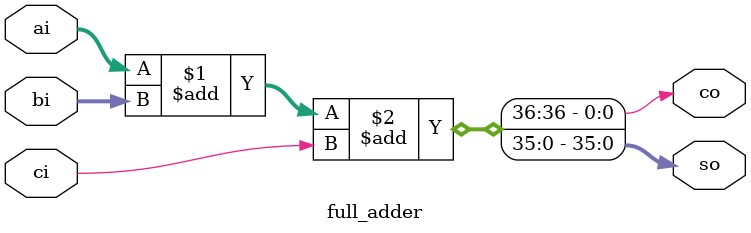
<source format=v>
/*Pipeline MIPS Processor
Ramyad Hadidi
1st: wriiten 31st Dec 2012

*/

`timescale 1ns/1ns

`define DEBUG_RF	// comment this line to disable register content  writing 
`define DEBUG_MEM	// comment this line to disable memory content  writing 

`define AND  	4'b0000		//ALUop (module) definitions
`define OR 	 	4'b0001
`define ADD  	4'b0010
`define SUB  	4'b0011
`define NOR  	4'b0100
`define SLT  	4'b0101
`define XOR  	4'b0110
`define SLTU 	4'b0111
`define LUI  	4'b1000
`define PASS 	4'b1001


module  pipeline_mips (
            input clk,
            input reset
        );
		
	reg 	[31:0] 	PC;
	reg 	[31:0]	ins_w;
	wire 	[31:0]	ins_w1;
	wire 	[31:0] 	PC4;
	reg 	[31:0] 	PCline;
	reg		[31:0]	IFDE_PCplus4;
	reg		[31:0]	IFDE_ins;
	reg				WRTrf;
	reg				eqneq;
	reg				PCsrc;
	wire	[31:0]	WB_WD_line;
	wire	[ 4:0]	WB_WR_line;
	wire	[31:0]	DE_RD1_line;
	wire	[31:0]	DE_RD2_line;
	reg				Regdst;
	reg		[ 4:0]	DE_WR_line;
	reg				SENZE;
	wire	[31:0] 	DE_ZESE;
	reg		[31:0]	DEEX_PCplus4;
	reg		[31:0]	DEEX_RD1;
	reg		[31:0]	DEEX_RD2;
	reg		[ 4:0]	DEEX_WR;
	reg		[31:0]	DEEX_imm16;
	wire	[31:0]	EX_new_PC;
	reg		[31:0]	aluA_line;
	reg		[31:0]	aluB_line;
	reg				ALUsrc;
	wire			EX_ALUZero;
	wire	[31:0]	EX_ALUResult;
	reg		[ 3:0]	ALUop;
	reg		[31:0]	EXME_new_PC;
	reg				EXME_ALUzero;
	reg		[31:0]	EXME_ALUResult;
	reg		[31:0]	EXME_RD2;
	reg		[ 4:0]	EXME_WR;
	reg				WRTdata;
	reg				Readdata;
	reg		[31:0]	ME_WD_line;
	wire	[31:0] 	ME_data_line;
	reg		[31:0]	MEWB_Mem_data;
	reg		[31:0]	MEWB_ALUResult;
	reg		[ 4:0]	MEWB_WR;
	reg				MemtoReg;
	reg				branch;
	reg				PCjump;
	reg		[31:0]	PC_line2;
	reg		[31:0]	aluB_line_2;
	reg		[1:0]	forwardA;
	reg		[1:0]	forwardB;
	reg				forwardMem;
	reg				stall;
	reg				cntME_WRTdata_line;
	reg				cntME_Readdata_line;
	reg				cntWB_WRTrf_line;
	reg				WRTIFDE;
	reg				WRTPC;
	
	//^^^^^^^^^^^^^^^^^^^^^^^^^^DATAPATH_START^^^^^^^^^^^^^^^^^^^^^^^^^^^^^^^^^^^
	//=====================================
	//pipeline stage Instruction Fetch (IF)

	//adder
	assign PC4=PC+3'd4;

	//mux s
	always @(*) begin
		case(PCjump)
			1'b0:	PC_line2 = PC4;
			1'b1:	PC_line2 = {PC[31:28],IFDE_ins[25:0],2'b00};
		endcase
		case(PCsrc)
			1'b0:	PCline = PC_line2;
			1'b1:	PCline = EXME_new_PC;
		endcase
	end

	//PC register
	always @(posedge clk) begin
		casex({reset,WRTPC})
			2'b00:	PC <= PC;
			2'b01:	PC <= PCline;
			2'b1x:	PC <= 32'h00000000;
		endcase
	end

	//Program Memory
	async_mem InsMem(
		.clk(clk),
		.write(1'b0),
		.read (1'b1),
		.address(PC),
		.write_data(32'b0),
		.read_data(ins_w1)
	);
	
	//for flushing (in ins_w way) make NOP
	always @(*)	begin
		case (PCsrc)
			1'b0:	ins_w = ins_w1;
			1'b1:	ins_w = 32'b0;
		endcase
	end

	//=====================================
	// __IF/DE __  pipeline stage Instruction Fetch (IF) registers
	always @(posedge clk) begin
		casex ({reset,WRTIFDE})
			2'b1x: begin
				IFDE_ins 		<= 0;
				IFDE_PCplus4 	<= 0;
			end
			2'b01: begin
				IFDE_ins 		<= ins_w;
				IFDE_PCplus4 	<= PC4;
			end
			2'b00: begin
				IFDE_ins 		<= IFDE_ins;
				IFDE_PCplus4 	<= IFDE_PCplus4;
			end
		endcase
	end
	
	//=====================================
	//pipeline stage Instruction Decode (DE)
	
	//Register File
	reg_file rf(
		.clk(clk),
		.write(WRTrf),
		.WR(WB_WR_line),
		.WD(WB_WD_line),
		.RR1(IFDE_ins[25:21]),
		.RR2(IFDE_ins[20:16]),
		.RD1(DE_RD1_line),
		.RD2(DE_RD2_line)
	);
		
	//WR mux
	always @(*) begin
		case (Regdst)
			1'b0:	DE_WR_line = IFDE_ins[20:16];
			1'b1:	DE_WR_line = IFDE_ins[15:11];
		endcase
	end
	
	//SE/ZE
	assign DE_ZESE = SENZE?{{16{IFDE_ins[15]}},IFDE_ins[15:0]}:{16'h0000,IFDE_ins[15:0]};

	//=====================================
	//__DE/EX __pipeline stage Instruction Decode (DE) registers
	always @(posedge clk) begin
			DEEX_PCplus4 	<= IFDE_PCplus4;
			DEEX_RD1 		<= DE_RD1_line;
			DEEX_RD2 		<= DE_RD2_line;
			DEEX_WR  		<= DE_WR_line;
			DEEX_imm16 		<= DE_ZESE;
			if (reset) begin
				DEEX_PCplus4 	<= 0;
				DEEX_RD1 		<= 0;
				DEEX_RD2 		<= 0;
				DEEX_WR  		<= 0;
				DEEX_imm16 		<= 0;
			end
	end
	
	//=====================================
	//pipeline stage execute (EX)
	
	//ALU inputs Muxs (for forwarding and imm)
	always @(*) begin
		case(forwardA)
			2'b00:	aluA_line = DEEX_RD1;
			2'b01:	aluA_line = EXME_ALUResult;
			2'b10:	aluA_line = WB_WD_line;
			2'b11:	aluA_line = 32'bx;
		endcase
	end
	
	always @(*) begin
		case(forwardB)
			2'b00:	aluB_line_2 = DEEX_RD2;
			2'b01:	aluB_line_2 = EXME_ALUResult;
			2'b10:	aluB_line_2 = WB_WD_line;
			2'b11:	aluB_line_2 = 32'bx;
		endcase
		case(ALUsrc)
			1'b0:	aluB_line = aluB_line_2;
			1'b1:	aluB_line = DEEX_imm16;
		endcase
	end
	
	//ALU
	my_alu ALU(
	   .aluA(aluA_line),
	   .aluB(aluB_line),
	   .aluOp(ALUop),
	   .aluResult(EX_ALUResult),
	   .ALUZero(EX_ALUZero)
	);
	
	//address generation
	assign EX_new_PC = DEEX_PCplus4 + (DEEX_imm16<<2);
	
	//=====================================
	//__EX/ME__pipeline stage execute (EX) registers
	always @(posedge clk) begin
			EXME_new_PC 	<= EX_new_PC;
			EXME_ALUzero 	<= EX_ALUZero;
			EXME_ALUResult 	<= EX_ALUResult;
			EXME_RD2 		<= aluB_line_2;
			EXME_WR  		<= DEEX_WR;
			if (reset) begin
				EXME_new_PC 	<= 0;
				EXME_ALUzero 	<= 0;
				EXME_ALUResult 	<= 0;
				EXME_RD2 		<= 0;
				EXME_WR  		<= 0;
			end
	end
	
	//=====================================
	//pipeline stage execute (ME)
	
	//branch
	always @(*) begin
		casex ({reset,branch,eqneq,EXME_ALUzero})
			4'b1xxx:	PCsrc	=	1'bx;
			4'b00xx:	PCsrc	=	1'b0;
			4'b0110:	PCsrc	=	1'b0;
			4'b0111:	PCsrc	=	1'b1;
			4'b0100:	PCsrc	=	1'b1;
			4'b0101:	PCsrc	=	1'b0;
			default:	PCsrc	=	1'b0;
		endcase
	end
	
	//mux write data
	always @(*)	begin
		case(forwardMem)
			1'b0: ME_WD_line = EXME_RD2;
			1'b1: ME_WD_line = WB_WD_line;
		endcase
	end
	
	//data Memory
	async_mem DataMem(
		.clk(clk),
		.write(WRTdata),
		.read(Readdata),
		.address(EXME_ALUResult),
		.write_data(ME_WD_line),
		.read_data(ME_data_line)
	);
	
	//=====================================
	//__ME/WB__pipeline stage execute (ME) registers
	always @(posedge clk) begin
			MEWB_Mem_data 	<= ME_data_line;
			MEWB_ALUResult 	<= EXME_ALUResult;
			MEWB_WR  		<= EXME_WR;
			if (reset) begin
				MEWB_Mem_data 	<= 0;
				MEWB_ALUResult 	<= 0;
				MEWB_WR  		<= 0;
			end
	end
	
	//=====================================
	//pipeline stage execute (WB)
	
	assign WB_WR_line = MEWB_WR;
	
	//mem to reg mux
	assign WB_WD_line = MemtoReg ? MEWB_ALUResult : MEWB_Mem_data;
	
	//^^^^^^^^^^^^^^^^^^^^^^^^^^DATAPATH_END^^^^^^^^^^^^^^^^^^^^^^^^^^^^^^^^^^^
	
	//^^^^^^^^^^^^^^^^^^^^^^^^^^CONTROLLER_START^^^^^^^^^^^^^^^^^^^^^^^^^^^^^^^^^^^
	localparam	//opcodes
		R_type	= 6'h00,
		j		= 6'h02,
		beq		= 6'h04,
		bne		= 6'h05,
        lw		= 6'h23,
        sw		= 6'h2b,
		addiu	= 6'h09,
		slti	= 6'h0a,
		sltiu	= 6'h0b,
		andi	= 6'h08,
		ori		= 6'h0d,
		xori	= 6'h0e,
		lui		= 6'h0f;
				 
	localparam	//func field opcodes
		opaddu	= 6'h21,
		opsubu	= 6'h23,
		opand 	= 6'h24,
		opor	= 6'h25,
		opxor	= 6'h26,
		opnor	= 6'h27,
		opslt	= 6'h2a,
		opsltu	= 6'h2b,
		opnop	= 6'h00;
		
	wire [5:0]OP 		= IFDE_ins[31:26];
	wire [5:0]ALU_OP 	= IFDE_ins[5:0];
	
	reg 			cntEX_ALUsrc;
	reg		[3:0]	cntEX_ALUop;
	reg				cntME_eqneq;
	reg				cntME_branch_1;
	reg				cntME_WRTdata_1;
	reg				cntME_Readdata_1;
	reg				cntME_eqneq_1;
	reg				cntWB_WRTrf_1;
	reg				cntWB_MemtoReg_1;
	reg				cntWB_WRTrf_2;
	reg				cntWB_MemtoReg_2;
	reg				cntME_branch;
	reg				cntME_WRTdata;
	reg				cntME_Readdata;
	reg				cntWB_WRTrf;
	reg				cntWB_MemtoReg;
	
	//=====================================
	//controller signal assigner
	always @(*) begin
		casex ({reset,OP})
			{1'b1,6'hxx}: begin
				Regdst 			= 1'bx;
				SENZE 			= 1'bx;
				PCjump			= 1'b0;
				cntEX_ALUsrc	= 1'bx;
				cntEX_ALUop		= 4'hx;
				cntME_branch	= 1'b0;
				cntME_WRTdata	= 1'b0;
				cntME_Readdata	= 1'b0;
				cntME_eqneq		= 1'bx;
				cntWB_WRTrf		= 1'b0;
				cntWB_MemtoReg	= 1'bx;
			end
			{1'b0,R_type}: begin
				Regdst 			= 1'b1;
				SENZE 			= 1'bx;
				PCjump			= 1'b0;
				cntEX_ALUsrc	= 1'b0;
				case (ALU_OP)
					opand  	: cntEX_ALUop = `AND;
					opor  	: cntEX_ALUop = `OR ;
					opaddu	: cntEX_ALUop = `ADD;
					opsubu	: cntEX_ALUop = `SUB;
					opsltu 	: cntEX_ALUop = `SLTU;
					opslt	: cntEX_ALUop = `SLT;
					opnor  	: cntEX_ALUop = `NOR;
					opxor	: cntEX_ALUop = `XOR;
					//other R_type opcodes here
					default	: cntEX_ALUop = 4'hx;
				endcase
				cntME_branch	= 1'b0;
				cntME_WRTdata	= 1'b0;
				cntME_Readdata	= 1'b0;
				cntME_eqneq		= 1'bx;
				cntWB_WRTrf		= 1'b1;
				cntWB_MemtoReg	= 1'b1;
				if (ALU_OP == opnop) begin
					Regdst 			= 1'bx;
					SENZE 			= 1'bx;
					PCjump			= 1'b0;
					cntEX_ALUsrc	= 1'bx;
					cntEX_ALUop		= 4'hx;
					cntME_branch	= 1'b0;
					cntME_WRTdata	= 1'b0;
					cntME_Readdata	= 1'b0;
					cntME_eqneq		= 1'bx;
					cntWB_WRTrf		= 1'b0;
					cntWB_MemtoReg	= 1'bx;
				end
			end
			{1'b0,j}:	begin
				Regdst 			= 1'bx;
				SENZE 			= 1'bx;
				PCjump			= 1'b1;
				cntEX_ALUsrc	= 1'bx;
				cntEX_ALUop		= 4'hx;
				cntME_branch	= 1'b0;
				cntME_WRTdata	= 1'b0;
				cntME_Readdata	= 1'b0;
				cntME_eqneq		= 1'bx;
				cntWB_WRTrf		= 1'b0;
				cntWB_MemtoReg	= 1'bx;
			end
			{1'b0,beq}: begin
				Regdst 			= 1'bx;
				SENZE 			= 1'bx;
				PCjump			= 1'b0;
				cntEX_ALUsrc	= 1'b0;
				cntEX_ALUop		= `SUB;
				cntME_branch	= 1'b1;
				cntME_WRTdata	= 1'b0;
				cntME_Readdata	= 1'b0;
				cntME_eqneq		= 1'b1;
				cntWB_WRTrf		= 1'b0;
				cntWB_MemtoReg	= 1'bx;
			end
			
			{1'b0,bne}: begin
				Regdst 			= 1'bx;
				SENZE 			= 1'bx;
				PCjump			= 1'b0;
				cntEX_ALUsrc	= 1'b0;
				cntEX_ALUop		= `SUB;
				cntME_branch	= 1'b1;
				cntME_WRTdata	= 1'b0;
				cntME_Readdata	= 1'b0;
				cntME_eqneq		= 1'b0;
				cntWB_WRTrf		= 1'b0;
				cntWB_MemtoReg	= 1'bx;
			end
			{1'b0,lw}: begin
				Regdst 			= 1'b0;
				SENZE 			= 1'b1;
				PCjump			= 1'b0;
				cntEX_ALUsrc	= 1'b1;
				cntEX_ALUop		= `ADD;
				cntME_branch	= 1'b0;
				cntME_WRTdata	= 1'b0;
				cntME_Readdata	= 1'b1;
				cntME_eqneq		= 1'bx;
				cntWB_WRTrf		= 1'b1;
				cntWB_MemtoReg	= 1'b0;
			end
			{1'b0,sw}: begin
				Regdst 			= 1'bx;
				SENZE 			= 1'b1;
				PCjump			= 1'b0;
				cntEX_ALUsrc	= 1'b1;
				cntEX_ALUop		= `ADD;
				cntME_branch	= 1'b0;
				cntME_WRTdata	= 1'b1;
				cntME_Readdata	= 1'b0;
				cntME_eqneq		= 1'bx;
				cntWB_WRTrf		= 1'b0;
				cntWB_MemtoReg	= 1'bx;
			end
			{1'b0,addiu}: begin
				Regdst 			= 1'b0;
				SENZE 			= 1'b0;
				PCjump			= 1'b0;
				cntEX_ALUsrc	= 1'b1;
				cntEX_ALUop		= `ADD;
				cntME_branch	= 1'b0;
				cntME_WRTdata	= 1'b0;
				cntME_Readdata	= 1'b0;
				cntME_eqneq		= 1'bx;
				cntWB_WRTrf		= 1'b1;
				cntWB_MemtoReg	= 1'b1;
			end
			{1'b0,slti}: begin
				Regdst 			= 1'b0;
				SENZE 			= 1'b1;
				PCjump			= 1'b0;
				cntEX_ALUsrc	= 1'b1;
				cntEX_ALUop		= `SLT;
				cntME_branch	= 1'b0;
				cntME_WRTdata	= 1'b0;
				cntME_Readdata	= 1'b0;
				cntME_eqneq		= 1'bx;
				cntWB_WRTrf		= 1'b1;
				cntWB_MemtoReg	= 1'b1;
			end
			{1'b0,sltiu}: begin
				Regdst 			= 1'b0;
				SENZE 			= 1'b0;
				PCjump			= 1'b0;
				cntEX_ALUsrc	= 1'b1;
				cntEX_ALUop		= `SLTU;
				cntME_branch	= 1'b0;
				cntME_WRTdata	= 1'b0;
				cntME_Readdata	= 1'b0;
				cntME_eqneq		= 1'bx;
				cntWB_WRTrf		= 1'b1;
				cntWB_MemtoReg	= 1'b1;
			end
			{1'b0,andi}: begin
				Regdst 			= 1'b0;
				SENZE 			= 1'b0;
				PCjump			= 1'b0;
				cntEX_ALUsrc	= 1'b1;
				cntEX_ALUop		= `AND;
				cntME_branch	= 1'b0;
				cntME_WRTdata	= 1'b0;
				cntME_Readdata	= 1'b0;
				cntME_eqneq		= 1'bx;
				cntWB_WRTrf		= 1'b1;
				cntWB_MemtoReg	= 1'b1;
			end
			{1'b0,ori}: begin
				Regdst 			= 1'b0;
				SENZE 			= 1'b0;
				PCjump			= 1'b0;
				cntEX_ALUsrc	= 1'b1;
				cntEX_ALUop		= `OR;
				cntME_branch	= 1'b0;
				cntME_WRTdata	= 1'b0;
				cntME_Readdata	= 1'b0;
				cntME_eqneq		= 1'bx;
				cntWB_WRTrf		= 1'b1;
				cntWB_MemtoReg	= 1'b1;
			end
			{1'b0,xori}: begin
				Regdst 			= 1'b0;
				SENZE 			= 1'b0;
				PCjump			= 1'b0;
				cntEX_ALUsrc	= 1'b1;
				cntEX_ALUop		= `XOR;
				cntME_branch	= 1'b0;
				cntME_WRTdata	= 1'b0;
				cntME_Readdata	= 1'b0;
				cntME_eqneq		= 1'bx;
				cntWB_WRTrf		= 1'b1;
				cntWB_MemtoReg	= 1'b1;
			end
			{1'b0,lui}: begin
				Regdst 			= 1'b0;
				SENZE 			= 1'b0;
				PCjump			= 1'b0;
				cntEX_ALUsrc	= 1'b1;
				cntEX_ALUop		= `LUI;
				cntME_branch	= 1'b0;
				cntME_WRTdata	= 1'b0;
				cntME_Readdata	= 1'b0;
				cntME_eqneq		= 1'bx;
				cntWB_WRTrf		= 1'b1;
				cntWB_MemtoReg	= 1'b1;
			end		
			//other opcodes here
			default: begin
				Regdst 			= 1'bx;
				SENZE 			= 1'bx;
				PCjump			= 1'b0;
				cntEX_ALUsrc	= 1'bx;
				cntEX_ALUop		= 4'hx;
				cntME_branch	= 1'b0;
				cntME_WRTdata	= 1'b0;
				cntME_Readdata	= 1'b0;
				cntME_eqneq		= 1'bx;
				cntWB_WRTrf		= 1'b0;
				cntWB_MemtoReg	= 1'bx;
			end
		endcase	//endcase(OP)
	end
	
	//=====================================
	//controller pipelines
	always @(*) begin
		case (stall)
			1'b0:	begin
				cntME_WRTdata_line 	= cntME_WRTdata;
				cntME_Readdata_line = cntME_Readdata;
				cntWB_WRTrf_line 	= cntWB_WRTrf;
			end
			1'b1:	begin
				cntME_WRTdata_line 	= 0;
				cntME_Readdata_line = 0;
				cntWB_WRTrf_line 	= 0;
			end
		endcase
	end
	always @(posedge clk) begin
		casex ({reset,PCsrc})
			2'b1x: begin
				//insert in EX
				ALUsrc				<=	0;
				ALUop				<=	0;
				PCjump				<=	0;
				cntME_branch_1		<=	0;
				cntME_WRTdata_1		<=	0;
				cntME_Readdata_1	<=	0;	
				cntME_eqneq_1		<=  0;
				cntWB_WRTrf_1		<=	0;
				cntWB_MemtoReg_1	<=	0;
				//insert in ME
				branch				<=	0;
				WRTdata				<=	0;
				Readdata			<=	0;
				eqneq				<=	0;
				cntWB_WRTrf_2		<=	0;
				cntWB_MemtoReg_2	<=	0;
				//insert in WB
				WRTrf				<=	0;
				MemtoReg			<=	0;		
			end
			2'b00: begin
				//insert in EX
				ALUsrc				<=	cntEX_ALUsrc;
				ALUop				<=	cntEX_ALUop;
				cntME_branch_1		<=	cntME_branch;
				cntME_WRTdata_1		<=	cntME_WRTdata_line;
				cntME_Readdata_1	<=	cntME_Readdata_line;	
				cntME_eqneq_1		<=  cntME_eqneq;
				cntWB_WRTrf_1		<=	cntWB_WRTrf_line;
				cntWB_MemtoReg_1	<=	cntWB_MemtoReg;
				//insert in ME
				branch				<=	cntME_branch_1;
				WRTdata				<=	cntME_WRTdata_1;
				Readdata			<=	cntME_Readdata_1;
				eqneq				<=	cntME_eqneq_1;
				cntWB_WRTrf_2		<=	cntWB_WRTrf_1;
				cntWB_MemtoReg_2	<=	cntWB_MemtoReg_1;
				//insert in WB
				WRTrf				<=	cntWB_WRTrf_2;
				MemtoReg			<=	cntWB_MemtoReg_2;
			end
			2'b01: begin
				//insert in EX
				ALUsrc				<=	cntEX_ALUsrc;
				ALUop				<=	cntEX_ALUop;
				cntME_branch_1		<=	cntME_branch;
				cntME_WRTdata_1		<=	0;
				cntME_Readdata_1	<=	0;	
				cntME_eqneq_1		<=  cntME_eqneq;
				cntWB_WRTrf_1		<=	0;
				cntWB_MemtoReg_1	<=	cntWB_MemtoReg;
				//insert in ME
				branch				<=	cntME_branch_1;
				WRTdata				<=	0;
				Readdata			<=	0;
				eqneq				<=	cntME_eqneq_1;
				cntWB_WRTrf_2		<=	0;
				cntWB_MemtoReg_2	<=	cntWB_MemtoReg_1;
				//insert in WB
				WRTrf				<=	cntWB_WRTrf_2;
				MemtoReg			<=	cntWB_MemtoReg_2;		
			end
		endcase
		
	end
	//^^^^^^^^^^^^^^^^^^^^^^^^^^CONTROLLER_END^^^^^^^^^^^^^^^^^^^^^^^^^^^^^^^^^^^
	//^^^^^^^^^^^^^^^^^^^^^^^^^^FORWARDING UNITS_START^^^^^^^^^^^^^^^^^^^^^^^^^^^^^^^^^^^
	
	reg		[4:0]	DEEX_Rs;
	reg		[4:0]	DEEX_Rt;
	reg		[4:0]	EXME_Rt;
	reg				MEWB_Readdata;
	//=====================================
	//forwarding unit in (EXE)
	//register pipeline for Rs and Rt
	always @(posedge clk) begin
		DEEX_Rs	<= IFDE_ins[25:21];
		DEEX_Rt	<= IFDE_ins[20:16];
	end
	//forwarding unit
	always @(*) begin
		forwardA = 2'b00;
		if (WRTrf && MEWB_WR != 0 && MEWB_WR == DEEX_Rs)
			forwardA = 2'b10;	
		if (cntWB_WRTrf_2 && EXME_WR != 0 && EXME_WR == DEEX_Rs)
			forwardA = 2'b01;
	end
	always @(*) begin
		forwardB = 2'b00;
		if (WRTrf && MEWB_WR != 0 && MEWB_WR == DEEX_Rt)
			forwardB = 2'b10;	
		if (cntWB_WRTrf_2 && EXME_WR != 0 && EXME_WR == DEEX_Rt)
			forwardB = 2'b01;
	end
	
	//=====================================
	//forwarding unit in (ME) for lw sw
	//register pipeline for Rt and readdata
	always @(posedge clk) begin
		EXME_Rt			<= DEEX_Rt;
		MEWB_Readdata 	<= Readdata;
	end
	//forwarding unit
	always @(*) begin
		forwardMem = 1'b0;
		if (MEWB_Readdata && WRTdata && MEWB_WR!=0 && MEWB_WR == EXME_Rt)
			forwardMem = 1'b1;
	end
	
	//^^^^^^^^^^^^^^^^^^^^^^^^^^FORWARDING UNITS_END^^^^^^^^^^^^^^^^^^^^^^^^^^^^^^^^^^^
	//^^^^^^^^^^^^^^^^^^^^^^^^^^HAZARDS DETECTION_START^^^^^^^^^^^^^^^^^^^^^^^^^^^^^^^^^^^
	//Hazard for lw... must insert a bubble if next ins. is not sw and is dependent to lw
	always @(*) begin
		stall 	= 1'b0;
		WRTPC 	= 1'b1;
		WRTIFDE	= 1'b1;
		if (cntME_Readdata_1 && !cntME_WRTdata && (DEEX_Rt==IFDE_ins[25:21] || DEEX_Rt==IFDE_ins[20:16])) begin
			stall 	= 1'b1;
			WRTPC 	= 1'b0;
			WRTIFDE	= 1'b0;
		end
	end
	
	//^^^^^^^^^^^^^^^^^^^^^^^^^^HAZARDS DETECTION_END^^^^^^^^^^^^^^^^^^^^^^^^^^^^^^^^^^^
endmodule





//-----------------------------------------------------------------------------------------------------------
//-----------------------------------------------------------------------------------------------------------
//-----------------------------------------------------------------------------------------------------------
//-----------------------------------------------------------------------------------------------------------
//asynchronous memory
module async_mem(
	input clk,
	input write,
	input read,
	input [31:0] address,
	input [31:0] write_data,
	output [31:0] read_data
);


	reg [31:0] mem_data [0:1023];
	
	assign read_data = read ? mem_data[ address[31:2] ] : 32'bx;


	always @(posedge clk)
		if(write) begin
			mem_data[ address[31:2] ] <= #1 write_data;
			
			`ifdef DEBUG_MEM
				$display("[%x] = %x", address, write_data);
			`endif
		end

endmodule
//-----------------------------------------------------------------------------------------------------------
//register file with bypassing data

module reg_file(
	input clk,
	input write,
	input [4:0] WR,
	input [31:0] WD,
	input [4:0] RR1,
	input [4:0] RR2,
	output [31:0] RD1,
	output [31:0] RD2
);

	reg [31:0] reg_data [0:31];

	assign RD1 = ( WR==RR1 && write && WR!=0 )? WD :reg_data[ RR1 ];

	assign RD2 = ( WR==RR2 && write && WR!=0 )? WD : reg_data[ RR2 ];

	always @(posedge clk) begin
		if(write) begin
			reg_data[ WR ] <= #1 WD;

			`ifdef DEBUG_RF
			if(WR)
				$display("$%0d = %x", WR, WD);
			`endif

		end
		reg_data[0] <= #1 32'h00000000;
	end

endmodule
//-----------------------------------------------------------------------------------------------------------
//my ALU
module my_alu(
   input 			[31:0]	aluA,
   input 			[31:0]	aluB,
   input 			[3:0]	aluOp,
   output	reg 	[31:0]	aluResult,
   output					ALUZero
);
	wire [32:0]aluAs = $signed(aluA);
	wire [32:0]aluBs = $signed(aluB);
	

   always @(*)
      case(aluOp)
		 `AND 	: aluResult = aluA & aluB;
		 `OR  	: aluResult = aluA | aluB;
         `ADD 	: aluResult = aluA + aluB;           
         `SUB 	: aluResult = aluA - aluB;      
         `SLTU	: aluResult = (aluA<aluB)?32'h00000001:32'h00000000;
         `NOR 	: aluResult = ~(aluA | aluB);
		 `XOR 	: aluResult = aluA ^ aluB;
		 `SLT 	: aluResult = (aluAs<aluBs)?32'h00000001:32'h00000000;
		 `LUI 	: aluResult = {aluB[15:0],{16{1'b0}}};
		 `PASS	: aluResult = aluA;
		  default:	aluResult=32'hxxxxxxxx;
      endcase

   assign ALUZero = !(|aluResult);

endmodule
//-----------------------------------------------------------------------------------------------------------
//Booth multiplier (34bits)
module signed_multiplier (
		clk,  		//system clk 
		start,		//all inputs are valid for starting
		a,		  	//operand
		b,		  	//operand
		s,			//result
		endm		//indicate end of mul
	);
	//parameters and definitions
	input             clk;
	input             start;
	input      [33:0] a;
	input      [33:0] b;
	output reg [67:0] s;
	output reg		  endm;
	
	//vars
	reg    [33:0]   A;
	reg    [68:0]   P;
	reg    [35:0]   ai;
	wire   [35:0]   bi;
	reg             ci;
	wire   [35:0]   so;
	reg    [4:0]    counter;   //for counting and registering output
	
	
	//**CODE	
	//
	always @(posedge clk)
	begin	
		if (start)	//load registers
		begin	
			A<=a;
			P[34:1]<=b;
			P[0]<=1'b0;
			P[68:35]<='b0;	
			counter <=5'b0000;
			endm<=1'b0;			
			end
		else
		begin		//two shifts - save result of adder
			P<=(P>>2);
			P[68:33]<=so[35:0];
			counter <= counter + 1'b1;
			endm<=1'b0;	
			if (counter==5'd17) begin
			   s[67:0]<=P[68:1];
			   endm<=1'b1;
			end
		end
	end
	
  //adder
	full_adder adder(.ai(ai), .bi(bi), .ci(ci), .so(so), .co());
	assign bi[33:0]=P[68:35];
	assign bi[35]=P[68];
	assign bi[34]=P[68];
		
	//PP generator (deretemins ci and ai) (booth encoding)
	always @(P[2:0],A)
	begin
		case(P[2:0])
			3'b000:	begin	//0
					ai=36'b0;
					ci=1'b0;		end
			3'b001:	begin	//1
					ai[33:0]=A;
					ai[34]=A[33];
					ai[35]=A[33];
					ci=1'b0;		end	
			3'b010:	begin	//1
					ai[33:0]=A;
					ai[34]=A[33];
					ai[35]=A[33];
					ci=1'b0;		end	
			3'b011:	begin	//2
					ai[34:0]=A<<1;
					ai[35]=ai[34];	
					ci=1'b0;		end
			3'b100:	begin	//-2
					ai[34:0]=~(A<<1);
					ai[35]=ai[34];
					ci=1'b1;		end
			3'b101:	begin	//-1
					ai[33:0]=~A;
					ai[34]=ai[33];
					ai[35]=ai[33];
					ci=1'b1;		end
			3'b110:	begin	//-1
					ai[33:0]=~A;
					ai[34]=ai[33];
					ai[35]=ai[33];
					ci=1'b1;		end
			3'b111:	begin	//0
					ai=36'b0;
					ci=1'b0;		end
		endcase
	end	

endmodule

//full adder 34bit
module full_adder(
        input [35:0] ai,
        input [35:0] bi,
        input ci,
        output [35:0] so,
        output co
    );
        assign {co, so} = ai + bi + ci;
endmodule	
//-----------------------------------------------------------------------------------------------------------
</source>
